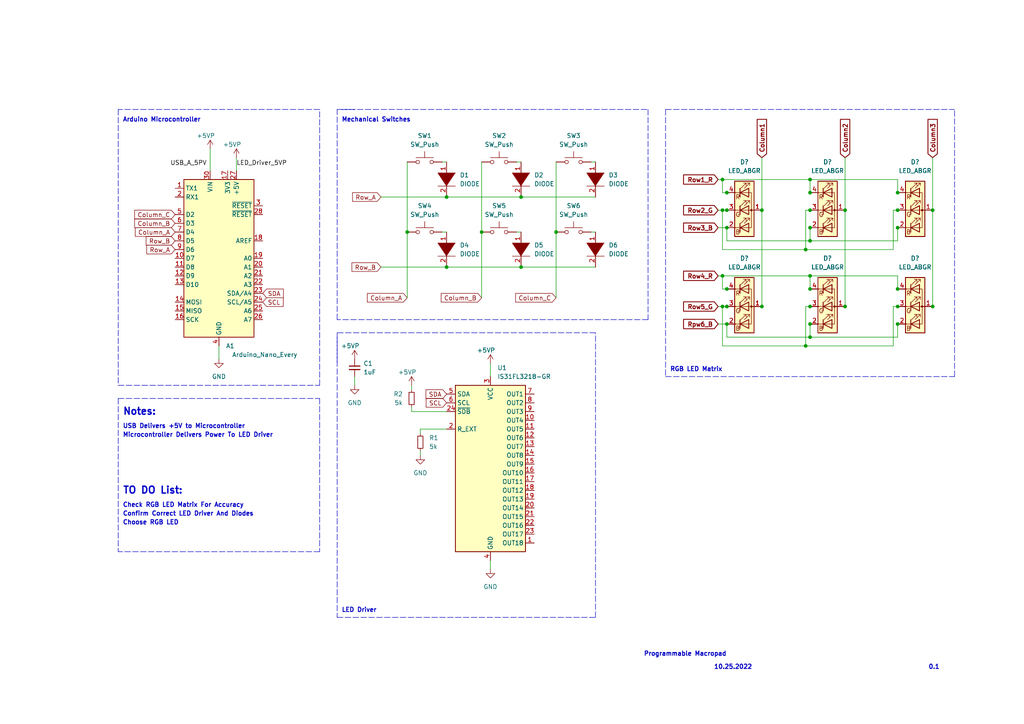
<source format=kicad_sch>
(kicad_sch (version 20211123) (generator eeschema)
  (paper "A4")
  (lib_symbols
    (symbol "Device:C_Small" (pin_numbers hide) (pin_names (offset 0.254) hide)
      (property "Reference" "C" (at 0.254 1.778 0))
      (property "Value" "C_Small" (at 0.254 -2.032 0))
      (symbol "C_Small_0_1"
        (polyline (pts (xy -1.524 -0.508) (xy 1.524 -0.508)) (stroke (width 0.3302)))
        (polyline (pts (xy -1.524 0.508) (xy 1.524 0.508)) (stroke (width 0.3048)))
      )
      (symbol "C_Small_1_1"
        (pin passive line (at 0 2.54 270) (length 2.032) (name "~") (number "1"))
        (pin passive line (at 0 -2.54 90) (length 2.032) (name "~") (number "2"))
      )
    )
    (symbol "Device:LED_ABGR" (pin_names (offset 0) hide)
      (property "Reference" "D" (at 0 9.398 0))
      (property "Value" "LED_ABGR" (at 0 -8.89 0))
      (symbol "LED_ABGR_0_0"
        (text "B" (at -1.905 -6.35 0) (effects (font (size 1.27 1.27))))
        (text "G" (at -1.905 -1.27 0) (effects (font (size 1.27 1.27))))
        (text "R" (at -1.905 3.81 0) (effects (font (size 1.27 1.27))))
      )
      (symbol "LED_ABGR_0_1"
        (polyline (pts (xy -1.27 -5.08) (xy -2.54 -5.08)))
        (polyline (pts (xy -1.27 -5.08) (xy 1.27 -5.08)))
        (polyline (pts (xy -1.27 -3.81) (xy -1.27 -6.35)) (stroke (width 0.254)))
        (polyline (pts (xy -1.27 0) (xy -2.54 0)))
        (polyline (pts (xy -1.27 1.27) (xy -1.27 -1.27)) (stroke (width 0.254)))
        (polyline (pts (xy -1.27 5.08) (xy -2.54 5.08)))
        (polyline (pts (xy -1.27 5.08) (xy 1.27 5.08)))
        (polyline (pts (xy -1.27 6.35) (xy -1.27 3.81)) (stroke (width 0.254)))
        (polyline (pts (xy 1.27 0) (xy -1.27 0)))
        (polyline (pts (xy 1.27 0) (xy 2.54 0)))
        (polyline (pts (xy -1.27 1.27) (xy -1.27 -1.27) (xy -1.27 -1.27)))
        (polyline (pts (xy -1.27 6.35) (xy -1.27 3.81) (xy -1.27 3.81)))
        (polyline (pts (xy 1.27 -5.08) (xy 2.032 -5.08) (xy 2.032 5.08) (xy 1.27 5.08)))
        (polyline (pts (xy 1.27 -3.81) (xy 1.27 -6.35) (xy -1.27 -5.08) (xy 1.27 -3.81)) (stroke (width 0.254)))
        (polyline (pts (xy 1.27 1.27) (xy 1.27 -1.27) (xy -1.27 0) (xy 1.27 1.27)) (stroke (width 0.254)))
        (polyline (pts (xy 1.27 6.35) (xy 1.27 3.81) (xy -1.27 5.08) (xy 1.27 6.35)) (stroke (width 0.254)))
        (polyline (pts (xy -1.016 -3.81) (xy 0.508 -2.286) (xy -0.254 -2.286) (xy 0.508 -2.286) (xy 0.508 -3.048)))
        (polyline (pts (xy -1.016 1.27) (xy 0.508 2.794) (xy -0.254 2.794) (xy 0.508 2.794) (xy 0.508 2.032)))
        (polyline (pts (xy -1.016 6.35) (xy 0.508 7.874) (xy -0.254 7.874) (xy 0.508 7.874) (xy 0.508 7.112)))
        (polyline (pts (xy 0 -3.81) (xy 1.524 -2.286) (xy 0.762 -2.286) (xy 1.524 -2.286) (xy 1.524 -3.048)))
        (polyline (pts (xy 0 1.27) (xy 1.524 2.794) (xy 0.762 2.794) (xy 1.524 2.794) (xy 1.524 2.032)))
        (polyline (pts (xy 0 6.35) (xy 1.524 7.874) (xy 0.762 7.874) (xy 1.524 7.874) (xy 1.524 7.112)))
        (rectangle (start 1.27 -1.27) (end 1.27 1.27))
        (rectangle (start 1.27 1.27) (end 1.27 1.27))
        (rectangle (start 1.27 3.81) (end 1.27 6.35))
        (rectangle (start 1.27 6.35) (end 1.27 6.35))
        (circle (center 2.032 0) (radius 0.254) (fill (type outline)))
        (rectangle (start 2.794 8.382) (end -2.794 -7.62) (stroke (width 0.254)) (fill (type background)))
      )
      (symbol "LED_ABGR_1_1"
        (pin passive line (at 5.08 0 180) (length 2.54) (name "A") (number "1"))
        (pin passive line (at -5.08 -5.08 0) (length 2.54) (name "BK") (number "2"))
        (pin passive line (at -5.08 0 0) (length 2.54) (name "GK") (number "3"))
        (pin passive line (at -5.08 5.08 0) (length 2.54) (name "RK") (number "4"))
      )
    )
    (symbol "Device:R_Small" (pin_numbers hide) (pin_names (offset 0.254) hide)
      (property "Reference" "R" (at 0.762 0.508 0))
      (property "Value" "R_Small" (at 0.762 -1.016 0))
      (symbol "R_Small_0_1"
        (rectangle (start -0.762 1.778) (end 0.762 -1.778) (stroke (width 0.2032)))
      )
      (symbol "R_Small_1_1"
        (pin passive line (at 0 2.54 270) (length 0.762) (name "~") (number "1"))
        (pin passive line (at 0 -2.54 90) (length 0.762) (name "~") (number "2"))
      )
    )
    (symbol "Driver_LED:IS31FL3218-GR"
      (property "Reference" "U" (at -10.16 26.035 0))
      (property "Value" "IS31FL3218-GR" (at 2.54 -24.13 0))
      (symbol "IS31FL3218-GR_0_1"
        (rectangle (start -10.16 25.4) (end 10.16 -22.86) (stroke (width 0.254)) (fill (type background)))
      )
      (symbol "IS31FL3218-GR_1_1"
        (pin open_collector line (at 12.7 -20.32 180) (length 2.54) (name "OUT18") (number "1"))
        (pin open_collector line (at 12.7 15.24 180) (length 2.54) (name "OUT4") (number "10"))
        (pin open_collector line (at 12.7 12.7 180) (length 2.54) (name "OUT5") (number "11"))
        (pin open_collector line (at 12.7 10.16 180) (length 2.54) (name "OUT6") (number "12"))
        (pin open_collector line (at 12.7 7.62 180) (length 2.54) (name "OUT7") (number "13"))
        (pin open_collector line (at 12.7 5.08 180) (length 2.54) (name "OUT8") (number "14"))
        (pin open_collector line (at 12.7 2.54 180) (length 2.54) (name "OUT9") (number "15"))
        (pin open_collector line (at 12.7 0 180) (length 2.54) (name "OUT10") (number "16"))
        (pin open_collector line (at 12.7 -2.54 180) (length 2.54) (name "OUT11") (number "17"))
        (pin open_collector line (at 12.7 -5.08 180) (length 2.54) (name "OUT12") (number "18"))
        (pin open_collector line (at 12.7 -7.62 180) (length 2.54) (name "OUT13") (number "19"))
        (pin passive line (at -12.7 12.7 0) (length 2.54) (name "R_EXT") (number "2"))
        (pin open_collector line (at 12.7 -10.16 180) (length 2.54) (name "OUT14") (number "20"))
        (pin open_collector line (at 12.7 -12.7 180) (length 2.54) (name "OUT15") (number "21"))
        (pin open_collector line (at 12.7 -15.24 180) (length 2.54) (name "OUT16") (number "22"))
        (pin open_collector line (at 12.7 -17.78 180) (length 2.54) (name "OUT17") (number "23"))
        (pin input line (at -12.7 17.78 0) (length 2.54) (name "~{SDB}") (number "24"))
        (pin power_in line (at 0 27.94 270) (length 2.54) (name "VCC") (number "3"))
        (pin power_in line (at 0 -25.4 90) (length 2.54) (name "GND") (number "4"))
        (pin bidirectional line (at -12.7 22.86 0) (length 2.54) (name "SDA") (number "5"))
        (pin input line (at -12.7 20.32 0) (length 2.54) (name "SCL") (number "6"))
        (pin open_collector line (at 12.7 22.86 180) (length 2.54) (name "OUT1") (number "7"))
        (pin open_collector line (at 12.7 20.32 180) (length 2.54) (name "OUT2") (number "8"))
        (pin open_collector line (at 12.7 17.78 180) (length 2.54) (name "OUT3") (number "9"))
      )
    )
    (symbol "MCU_Module:Arduino_Nano_Every"
      (property "Reference" "A" (at -10.16 23.495 0))
      (property "Value" "Arduino_Nano_Every" (at 5.08 -24.13 0))
      (symbol "Arduino_Nano_Every_0_1"
        (rectangle (start -10.16 22.86) (end 10.16 -22.86) (stroke (width 0.254)) (fill (type background)))
      )
      (symbol "Arduino_Nano_Every_1_1"
        (pin bidirectional line (at -12.7 20.32 0) (length 2.54) (name "TX1") (number "1"))
        (pin bidirectional line (at -12.7 0 0) (length 2.54) (name "D7") (number "10"))
        (pin bidirectional line (at -12.7 -2.54 0) (length 2.54) (name "D8") (number "11"))
        (pin bidirectional line (at -12.7 -5.08 0) (length 2.54) (name "D9") (number "12"))
        (pin bidirectional line (at -12.7 -7.62 0) (length 2.54) (name "D10") (number "13"))
        (pin bidirectional line (at -12.7 -12.7 0) (length 2.54) (name "MOSI") (number "14"))
        (pin bidirectional line (at -12.7 -15.24 0) (length 2.54) (name "MISO") (number "15"))
        (pin bidirectional line (at -12.7 -17.78 0) (length 2.54) (name "SCK") (number "16"))
        (pin power_out line (at 2.54 25.4 270) (length 2.54) (name "3V3") (number "17"))
        (pin input line (at 12.7 5.08 180) (length 2.54) (name "AREF") (number "18"))
        (pin bidirectional line (at 12.7 0 180) (length 2.54) (name "A0") (number "19"))
        (pin bidirectional line (at -12.7 17.78 0) (length 2.54) (name "RX1") (number "2"))
        (pin bidirectional line (at 12.7 -2.54 180) (length 2.54) (name "A1") (number "20"))
        (pin bidirectional line (at 12.7 -5.08 180) (length 2.54) (name "A2") (number "21"))
        (pin bidirectional line (at 12.7 -7.62 180) (length 2.54) (name "A3") (number "22"))
        (pin bidirectional line (at 12.7 -10.16 180) (length 2.54) (name "SDA/A4") (number "23"))
        (pin bidirectional line (at 12.7 -12.7 180) (length 2.54) (name "SCL/A5") (number "24"))
        (pin bidirectional line (at 12.7 -15.24 180) (length 2.54) (name "A6") (number "25"))
        (pin bidirectional line (at 12.7 -17.78 180) (length 2.54) (name "A7") (number "26"))
        (pin power_out line (at 5.08 25.4 270) (length 2.54) (name "+5V") (number "27"))
        (pin input line (at 12.7 12.7 180) (length 2.54) (name "~{RESET}") (number "28"))
        (pin passive line (at 0 -25.4 90) (length 2.54) hide (name "GND") (number "29"))
        (pin input line (at 12.7 15.24 180) (length 2.54) (name "~{RESET}") (number "3"))
        (pin power_in line (at -2.54 25.4 270) (length 2.54) (name "VIN") (number "30"))
        (pin power_in line (at 0 -25.4 90) (length 2.54) (name "GND") (number "4"))
        (pin bidirectional line (at -12.7 12.7 0) (length 2.54) (name "D2") (number "5"))
        (pin bidirectional line (at -12.7 10.16 0) (length 2.54) (name "D3") (number "6"))
        (pin bidirectional line (at -12.7 7.62 0) (length 2.54) (name "D4") (number "7"))
        (pin bidirectional line (at -12.7 5.08 0) (length 2.54) (name "D5") (number "8"))
        (pin bidirectional line (at -12.7 2.54 0) (length 2.54) (name "D6") (number "9"))
      )
    )
    (symbol "Switch:SW_Push" (pin_numbers hide) (pin_names (offset 1.016) hide)
      (property "Reference" "SW" (at 1.27 2.54 0))
      (property "Value" "SW_Push" (at 0 -1.524 0))
      (symbol "SW_Push_0_1"
        (circle (center -2.032 0) (radius 0.508))
        (polyline (pts (xy 0 1.27) (xy 0 3.048)))
        (polyline (pts (xy 2.54 1.27) (xy -2.54 1.27)))
        (circle (center 2.032 0) (radius 0.508))
        (pin passive line (at -5.08 0 0) (length 2.54) (name "1") (number "1"))
        (pin passive line (at 5.08 0 180) (length 2.54) (name "2") (number "2"))
      )
    )
    (symbol "power:+5VP" (power) (pin_names (offset 0))
      (property "Value" "+5VP" (at 0 3.556 0))
      (symbol "+5VP_0_1"
        (polyline (pts (xy -0.762 1.27) (xy 0 2.54)))
        (polyline (pts (xy 0 0) (xy 0 2.54)))
        (polyline (pts (xy 0 2.54) (xy 0.762 1.27)))
      )
      (symbol "+5VP_1_1"
        (pin power_in line (at 0 0 90) (length 0) hide (name "+5VP") (number "1"))
      )
    )
    (symbol "power:GND" (power) (pin_names (offset 0))
      (property "Value" "GND" (at 0 -3.81 0))
      (symbol "GND_0_1"
        (polyline (pts (xy 0 0) (xy 0 -1.27) (xy 1.27 -1.27) (xy 0 -2.54) (xy -1.27 -1.27) (xy 0 -1.27)))
      )
      (symbol "GND_1_1"
        (pin power_in line (at 0 0 270) (length 0) hide (name "GND") (number "1"))
      )
    )
    (symbol "pspice:DIODE" (pin_names (offset 1.016) hide)
      (property "Reference" "D" (at 0 3.81 0))
      (property "Value" "DIODE" (at 0 -4.445 0))
      (symbol "DIODE_0_1"
        (polyline (pts (xy 1.905 2.54) (xy 1.905 -2.54)))
        (polyline (pts (xy -1.905 2.54) (xy -1.905 -2.54) (xy 1.905 0)) (fill (type outline)))
      )
      (symbol "DIODE_1_1"
        (pin input line (at -5.08 0 0) (length 3.81) (name "K") (number "1"))
        (pin input line (at 5.08 0 180) (length 3.81) (name "A") (number "2"))
      )
    )
  )
  (junction (at 209.55 88.9))
  (junction (at 118.11 67.31))
  (junction (at 260.35 66.04))
  (junction (at 151.13 57.15))
  (junction (at 260.35 83.82))
  (junction (at 210.82 93.98))
  (junction (at 234.95 93.98))
  (junction (at 234.95 55.88))
  (junction (at 151.13 77.47))
  (junction (at 260.35 60.96))
  (junction (at 260.35 88.9))
  (junction (at 129.54 77.47))
  (junction (at 161.29 67.31))
  (junction (at 260.35 55.88))
  (junction (at 234.95 80.01))
  (junction (at 234.95 60.96))
  (junction (at 210.82 55.88))
  (junction (at 209.55 60.96))
  (junction (at 245.11 88.9))
  (junction (at 233.68 72.39))
  (junction (at 245.11 60.96))
  (junction (at 234.95 66.04))
  (junction (at 234.95 52.07))
  (junction (at 234.95 83.82))
  (junction (at 209.55 52.07))
  (junction (at 220.98 60.96))
  (junction (at 210.82 60.96))
  (junction (at 260.35 93.98))
  (junction (at 209.55 80.01))
  (junction (at 270.51 88.9))
  (junction (at 129.54 57.15))
  (junction (at 210.82 66.04))
  (junction (at 220.98 88.9))
  (junction (at 234.95 88.9))
  (junction (at 210.82 83.82))
  (junction (at 139.7 67.31))
  (junction (at 234.95 97.79))
  (junction (at 210.82 88.9))
  (junction (at 234.95 69.85))
  (junction (at 233.68 100.33))
  (junction (at 270.51 60.96))
  (wire (pts (xy 149.86 67.31) (xy 151.13 67.31)))
  (polyline (pts (xy 92.71 115.57) (xy 92.71 160.02)))
  (wire (pts (xy 129.54 77.47) (xy 151.13 77.47)))
  (wire (pts (xy 102.87 109.22) (xy 102.87 111.76)))
  (polyline (pts (xy 97.79 179.07) (xy 172.72 179.07)))
  (wire (pts (xy 234.95 60.96) (xy 233.68 60.96)))
  (wire (pts (xy 233.68 88.9) (xy 233.68 100.33)))
  (polyline (pts (xy 92.71 160.02) (xy 34.29 160.02)))
  (polyline (pts (xy 187.96 92.71) (xy 97.79 92.71)))
  (wire (pts (xy 234.95 69.85) (xy 234.95 66.04)))
  (wire (pts (xy 110.49 57.15) (xy 129.54 57.15)))
  (wire (pts (xy 68.58 45.72) (xy 68.58 49.53)))
  (wire (pts (xy 142.24 162.56) (xy 142.24 165.1)))
  (wire (pts (xy 270.51 60.96) (xy 270.51 88.9)))
  (wire (pts (xy 118.11 67.31) (xy 118.11 86.36)))
  (wire (pts (xy 128.27 67.31) (xy 129.54 67.31)))
  (wire (pts (xy 233.68 72.39) (xy 259.08 72.39)))
  (wire (pts (xy 245.11 45.72) (xy 245.11 60.96)))
  (wire (pts (xy 260.35 88.9) (xy 259.08 88.9)))
  (wire (pts (xy 210.82 55.88) (xy 209.55 55.88)))
  (polyline (pts (xy 172.72 96.52) (xy 97.79 96.52)))
  (wire (pts (xy 121.92 124.46) (xy 121.92 125.73)))
  (wire (pts (xy 63.5 100.33) (xy 63.5 104.14)))
  (wire (pts (xy 161.29 67.31) (xy 161.29 86.36)))
  (wire (pts (xy 234.95 97.79) (xy 260.35 97.79)))
  (wire (pts (xy 220.98 45.72) (xy 220.98 60.96)))
  (wire (pts (xy 209.55 52.07) (xy 234.95 52.07)))
  (wire (pts (xy 209.55 80.01) (xy 234.95 80.01)))
  (polyline (pts (xy 187.96 31.75) (xy 187.96 92.71)))
  (polyline (pts (xy 97.79 96.52) (xy 97.79 105.41)))
  (polyline (pts (xy 99.06 31.75) (xy 187.96 31.75)))
  (wire (pts (xy 234.95 69.85) (xy 260.35 69.85)))
  (wire (pts (xy 139.7 46.99) (xy 139.7 67.31)))
  (polyline (pts (xy 172.72 179.07) (xy 172.72 96.52)))
  (wire (pts (xy 259.08 88.9) (xy 259.08 100.33)))
  (wire (pts (xy 129.54 57.15) (xy 151.13 57.15)))
  (wire (pts (xy 139.7 67.31) (xy 139.7 86.36)))
  (polyline (pts (xy 193.04 31.75) (xy 193.04 109.22)))
  (polyline (pts (xy 276.86 109.22) (xy 276.86 31.75)))
  (wire (pts (xy 234.95 93.98) (xy 234.95 97.79)))
  (wire (pts (xy 233.68 60.96) (xy 233.68 72.39)))
  (wire (pts (xy 270.51 45.72) (xy 270.51 60.96)))
  (wire (pts (xy 220.98 60.96) (xy 220.98 88.9)))
  (polyline (pts (xy 34.29 31.75) (xy 34.29 111.76)))
  (wire (pts (xy 151.13 57.15) (xy 172.72 57.15)))
  (wire (pts (xy 209.55 60.96) (xy 209.55 72.39)))
  (wire (pts (xy 151.13 77.47) (xy 172.72 77.47)))
  (wire (pts (xy 121.92 124.46) (xy 129.54 124.46)))
  (wire (pts (xy 234.95 88.9) (xy 233.68 88.9)))
  (wire (pts (xy 208.28 52.07) (xy 209.55 52.07)))
  (wire (pts (xy 209.55 72.39) (xy 233.68 72.39)))
  (wire (pts (xy 128.27 46.99) (xy 129.54 46.99)))
  (wire (pts (xy 118.11 46.99) (xy 118.11 67.31)))
  (wire (pts (xy 209.55 100.33) (xy 209.55 88.9)))
  (wire (pts (xy 233.68 100.33) (xy 259.08 100.33)))
  (polyline (pts (xy 97.79 97.79) (xy 97.79 179.07)))
  (wire (pts (xy 260.35 80.01) (xy 260.35 83.82)))
  (wire (pts (xy 208.28 93.98) (xy 210.82 93.98)))
  (wire (pts (xy 234.95 52.07) (xy 234.95 55.88)))
  (wire (pts (xy 110.49 77.47) (xy 129.54 77.47)))
  (wire (pts (xy 210.82 69.85) (xy 234.95 69.85)))
  (wire (pts (xy 161.29 46.99) (xy 161.29 67.31)))
  (wire (pts (xy 208.28 60.96) (xy 209.55 60.96)))
  (wire (pts (xy 234.95 52.07) (xy 260.35 52.07)))
  (wire (pts (xy 245.11 60.96) (xy 245.11 88.9)))
  (wire (pts (xy 259.08 72.39) (xy 259.08 60.96)))
  (wire (pts (xy 234.95 80.01) (xy 234.95 83.82)))
  (polyline (pts (xy 34.29 115.57) (xy 34.29 160.02)))
  (polyline (pts (xy 193.04 31.75) (xy 276.86 31.75)))
  (wire (pts (xy 208.28 66.04) (xy 210.82 66.04)))
  (wire (pts (xy 208.28 88.9) (xy 209.55 88.9)))
  (wire (pts (xy 119.38 111.76) (xy 119.38 113.03)))
  (wire (pts (xy 142.24 105.41) (xy 142.24 109.22)))
  (wire (pts (xy 119.38 118.11) (xy 119.38 119.38)))
  (wire (pts (xy 121.92 130.81) (xy 121.92 132.08)))
  (wire (pts (xy 60.96 43.18) (xy 60.96 49.53)))
  (wire (pts (xy 209.55 55.88) (xy 209.55 52.07)))
  (polyline (pts (xy 97.79 92.71) (xy 97.79 31.75)))
  (wire (pts (xy 234.95 80.01) (xy 260.35 80.01)))
  (wire (pts (xy 259.08 60.96) (xy 260.35 60.96)))
  (wire (pts (xy 260.35 69.85) (xy 260.35 66.04)))
  (polyline (pts (xy 34.29 115.57) (xy 92.71 115.57)))
  (wire (pts (xy 171.45 67.31) (xy 172.72 67.31)))
  (wire (pts (xy 209.55 88.9) (xy 210.82 88.9)))
  (wire (pts (xy 171.45 46.99) (xy 172.72 46.99)))
  (polyline (pts (xy 193.04 109.22) (xy 276.86 109.22)))
  (wire (pts (xy 260.35 52.07) (xy 260.35 55.88)))
  (wire (pts (xy 233.68 100.33) (xy 209.55 100.33)))
  (wire (pts (xy 129.54 119.38) (xy 119.38 119.38)))
  (wire (pts (xy 209.55 83.82) (xy 209.55 80.01)))
  (wire (pts (xy 210.82 83.82) (xy 209.55 83.82)))
  (wire (pts (xy 208.28 80.01) (xy 209.55 80.01)))
  (wire (pts (xy 210.82 66.04) (xy 210.82 69.85)))
  (wire (pts (xy 149.86 46.99) (xy 151.13 46.99)))
  (polyline (pts (xy 92.71 111.76) (xy 92.71 31.75)))
  (wire (pts (xy 210.82 93.98) (xy 210.82 97.79)))
  (polyline (pts (xy 97.79 31.75) (xy 102.87 31.75)))
  (wire (pts (xy 210.82 97.79) (xy 234.95 97.79)))
  (wire (pts (xy 210.82 60.96) (xy 209.55 60.96)))
  (polyline (pts (xy 92.71 31.75) (xy 34.29 31.75)))
  (polyline (pts (xy 34.29 111.76) (xy 92.71 111.76)))
  (wire (pts (xy 260.35 97.79) (xy 260.35 93.98)))
  (text "LED Driver" (at 99.06 177.8 0) (effects (font (size 1.27 1.27) (thickness 0.254) bold) (justify left bottom)))
  (text "0.1\n" (at 269.24 194.31 0) (effects (font (size 1.27 1.27) bold) (justify left bottom)))
  (text "Confirm Correct LED Driver And Diodes" (at 35.56 149.86 0) (effects (font (size 1.27 1.27) bold) (justify left bottom)))
  (text "Check RGB LED Matrix For Accuracy\n" (at 35.56 147.32 0) (effects (font (size 1.27 1.27) bold) (justify left bottom)))
  (text "Mechanical Switches\n" (at 99.06 35.56 0) (effects (font (size 1.27 1.27) bold) (justify left bottom)))
  (text "RGB LED Matrix\n" (at 194.31 107.95 0) (effects (font (size 1.27 1.27) bold) (justify left bottom)))
  (text "USB Delivers +5V to Microcontroller " (at 35.56 124.46 0) (effects (font (size 1.27 1.27) bold) (justify left bottom)))
  (text "Microcontroller Delivers Power To LED Driver\n" (at 35.56 127 0) (effects (font (size 1.27 1.27) bold) (justify left bottom)))
  (text "10.25.2022\n" (at 207.01 194.31 0) (effects (font (size 1.27 1.27) bold) (justify left bottom)))
  (text "Arduino Microcontroller\n" (at 35.56 35.56 0) (effects (font (size 1.27 1.27) bold) (justify left bottom)))
  (text "Notes:" (at 35.56 120.65 0) (effects (font (size 2 2) bold) (justify left bottom)))
  (text "TO DO List:\n" (at 35.56 143.51 0) (effects (font (size 2 2) bold) (justify left bottom)))
  (text "Programmable Macropad\n" (at 186.69 190.5 0) (effects (font (size 1.27 1.27) bold) (justify left bottom)))
  (text "Choose RGB LED" (at 35.56 152.4 0) (effects (font (size 1.27 1.27) bold) (justify left bottom)))
  (label "USB_A_5PV " (at 60.96 48.26 180))
  (label "LED_Driver_5VP" (at 68.58 48.26 0))
  (global_label "Row5_G" (shape input) (at 208.28 88.9 180) (effects (font bold)) (property "Intersheet References" "${INTERSHEET_REFS}" (effects hide)))
  (global_label "Row3_B" (shape input) (at 208.28 66.04 180) (effects (font bold)) (property "Intersheet References" "${INTERSHEET_REFS}" (effects hide)))
  (global_label "Column_A" (shape input) (at 118.11 86.36 180) (property "Intersheet References" "${INTERSHEET_REFS}" (effects hide)))
  (global_label "SCL" (shape input) (at 76.2 87.63 0) (property "Intersheet References" "${INTERSHEET_REFS}" (effects hide)))
  (global_label "Rpw6_B" (shape input) (at 208.28 93.98 180) (effects (font bold)) (property "Intersheet References" "${INTERSHEET_REFS}" (effects hide)))
  (global_label "Column_C" (shape input) (at 161.29 86.36 180) (property "Intersheet References" "${INTERSHEET_REFS}" (effects hide)))
  (global_label "Row_A" (shape input) (at 110.49 57.15 180) (property "Intersheet References" "${INTERSHEET_REFS}" (effects hide)))
  (global_label "Row1_R" (shape input) (at 208.28 52.07 180) (effects (font bold)) (property "Intersheet References" "${INTERSHEET_REFS}" (effects hide)))
  (global_label "Column2" (shape input) (at 245.11 45.72 90) (effects (font bold)) (property "Intersheet References" "${INTERSHEET_REFS}" (effects hide)))
  (global_label "Column_B" (shape input) (at 139.7 86.36 180) (property "Intersheet References" "${INTERSHEET_REFS}" (effects hide)))
  (global_label "Column3" (shape input) (at 270.51 45.72 90) (effects (font bold)) (property "Intersheet References" "${INTERSHEET_REFS}" (effects hide)))
  (global_label "Column_C" (shape input) (at 50.8 62.23 180) (property "Intersheet References" "${INTERSHEET_REFS}" (effects hide)))
  (global_label "Row4_R" (shape input) (at 208.28 80.01 180) (effects (font bold)) (property "Intersheet References" "${INTERSHEET_REFS}" (effects hide)))
  (global_label "Column1" (shape input) (at 220.98 45.72 90) (effects (font bold)) (property "Intersheet References" "${INTERSHEET_REFS}" (effects hide)))
  (global_label "Row_B" (shape input) (at 110.49 77.47 180) (property "Intersheet References" "${INTERSHEET_REFS}" (effects hide)))
  (global_label "Row_B" (shape input) (at 50.8 69.85 180) (property "Intersheet References" "${INTERSHEET_REFS}" (effects hide)))
  (global_label "Row2_G" (shape input) (at 208.28 60.96 180) (effects (font bold)) (property "Intersheet References" "${INTERSHEET_REFS}" (effects hide)))
  (global_label "SCL" (shape input) (at 129.54 116.84 180) (property "Intersheet References" "${INTERSHEET_REFS}" (effects hide)))
  (global_label "Column_A" (shape input) (at 50.8 67.31 180) (property "Intersheet References" "${INTERSHEET_REFS}" (effects hide)))
  (global_label "Column_B" (shape input) (at 50.8 64.77 180) (property "Intersheet References" "${INTERSHEET_REFS}" (effects hide)))
  (global_label "SDA" (shape input) (at 129.54 114.3 180) (property "Intersheet References" "${INTERSHEET_REFS}" (effects hide)))
  (global_label "Row_A" (shape input) (at 50.8 72.39 180) (property "Intersheet References" "${INTERSHEET_REFS}" (effects hide)))
  (global_label "SDA" (shape input) (at 76.2 85.09 0) (property "Intersheet References" "${INTERSHEET_REFS}" (effects hide)))
  (symbol (lib_id "pspice:DIODE") (at 151.13 52.07 270) (unit 1)
    (property "Reference" "D2" (at 154.94 50.7999 90) (effects (justify left)))
    (property "Value" "DIODE" (at 154.94 53.3399 90) (effects (justify left)))
  )
  (symbol (lib_id "Device:LED_ABGR") (at 265.43 88.9 0) (unit 1)
    (property "Reference" "D?" (at 265.43 74.93 0))
    (property "Value" "LED_ABGR" (at 265.43 77.47 0))
  )
  (symbol (lib_id "power:+5VP") (at 142.24 105.41 0) (unit 1)
    (property "Reference" "#PWR?" (effects hide))
    (property "Value" "+5VP" (at 140.97 101.6 0))
  )
  (symbol (lib_id "pspice:DIODE") (at 129.54 72.39 270) (unit 1)
    (property "Reference" "D4" (at 133.35 71.1199 90) (effects (justify left)))
    (property "Value" "DIODE" (at 133.35 73.6599 90) (effects (justify left)))
  )
  (symbol (lib_id "Device:LED_ABGR") (at 240.03 60.96 0) (unit 1)
    (property "Reference" "D?" (at 240.03 46.99 0))
    (property "Value" "LED_ABGR" (at 240.03 49.53 0))
  )
  (symbol (lib_id "MCU_Module:Arduino_Nano_Every") (at 63.5 74.93 0) (unit 1)
    (property "Reference" "A1" (at 65.5194 100.33 0) (effects (justify left)))
    (property "Value" "Arduino_Nano_Every" (at 67.31 102.87 0) (effects (justify left)))
    (property "Footprint" "Module:Arduino_Nano" (effects hide))
    (property "Datasheet" "https://content.arduino.cc/assets/NANOEveryV3.0_sch.pdf" (effects hide))
  )
  (symbol (lib_id "Device:C_Small") (at 102.87 106.68 0) (unit 1)
    (property "Reference" "C1" (at 105.41 105.4162 0) (effects (justify left)))
    (property "Value" "1uF" (at 105.41 107.9562 0) (effects (justify left)))
  )
  (symbol (lib_id "Device:LED_ABGR") (at 240.03 60.96 0) (unit 1)
    (property "Reference" "D?" (at 240.03 46.99 0))
    (property "Value" "LED_ABGR" (at 240.03 49.53 0))
  )
  (symbol (lib_id "pspice:DIODE") (at 172.72 52.07 270) (unit 1)
    (property "Reference" "D3" (at 176.53 50.7999 90) (effects (justify left)))
    (property "Value" "DIODE" (at 176.53 53.3399 90) (effects (justify left)))
  )
  (symbol (lib_id "Driver_LED:IS31FL3218-GR") (at 142.24 137.16 0) (unit 1)
    (property "Reference" "U1" (at 144.2594 106.68 0) (effects (justify left)))
    (property "Value" "IS31FL3218-GR" (at 144.2594 109.22 0) (effects (justify left)))
    (property "Footprint" "Package_SO:SOP-24_7.5x15.4mm_P1.27mm" (effects hide))
    (property "Datasheet" "http://www.issi.com/WW/pdf/31FL3218.pdf" (effects hide))
  )
  (symbol (lib_id "pspice:DIODE") (at 151.13 72.39 270) (unit 1)
    (property "Reference" "D5" (at 154.94 71.1199 90) (effects (justify left)))
    (property "Value" "DIODE" (at 154.94 73.6599 90) (effects (justify left)))
  )
  (symbol (lib_id "Device:LED_ABGR") (at 215.9 60.96 0) (unit 1)
    (property "Reference" "D?" (at 215.9 46.99 0))
    (property "Value" "LED_ABGR" (at 215.9 49.53 0))
  )
  (symbol (lib_id "power:GND") (at 63.5 104.14 0) (unit 1)
    (property "Reference" "#PWR?" (effects hide))
    (property "Value" "GND" (at 63.5 109.22 0))
  )
  (symbol (lib_id "Switch:SW_Push") (at 123.19 67.31 0) (unit 1)
    (property "Reference" "SW4" (at 123.19 59.69 0))
    (property "Value" "SW_Push" (at 123.19 62.23 0))
  )
  (symbol (lib_id "power:+5VP") (at 60.96 43.18 0) (unit 1)
    (property "Reference" "#PWR?" (effects hide))
    (property "Value" "+5VP" (at 59.69 39.37 0))
  )
  (symbol (lib_id "power:GND") (at 102.87 111.76 0) (unit 1)
    (property "Reference" "#PWR?" (effects hide))
    (property "Value" "GND" (at 102.87 116.84 0))
  )
  (symbol (lib_id "power:+5VP") (at 68.58 45.72 0) (unit 1)
    (property "Reference" "#PWR?" (effects hide))
    (property "Value" "+5VP" (at 67.31 41.91 0))
  )
  (symbol (lib_id "pspice:DIODE") (at 172.72 72.39 270) (unit 1)
    (property "Reference" "D6" (at 176.53 71.1199 90) (effects (justify left)))
    (property "Value" "DIODE" (at 176.53 73.6599 90) (effects (justify left)))
  )
  (symbol (lib_id "Device:LED_ABGR") (at 215.9 60.96 0) (unit 1)
    (property "Reference" "D?" (at 215.9 46.99 0))
    (property "Value" "LED_ABGR" (at 215.9 49.53 0))
  )
  (symbol (lib_id "Switch:SW_Push") (at 144.78 67.31 0) (unit 1)
    (property "Reference" "SW5" (at 144.78 59.69 0))
    (property "Value" "SW_Push" (at 144.78 62.23 0))
  )
  (symbol (lib_id "Device:LED_ABGR") (at 215.9 88.9 0) (unit 1)
    (property "Reference" "D?" (at 215.9 74.93 0))
    (property "Value" "LED_ABGR" (at 215.9 77.47 0))
  )
  (symbol (lib_id "power:+5VP") (at 119.38 111.76 0) (unit 1)
    (property "Reference" "#PWR?" (effects hide))
    (property "Value" "+5VP" (at 118.11 107.95 0))
  )
  (symbol (lib_id "Switch:SW_Push") (at 144.78 46.99 0) (unit 1)
    (property "Reference" "SW2" (at 144.78 39.37 0))
    (property "Value" "SW_Push" (at 144.78 41.91 0))
  )
  (symbol (lib_id "Switch:SW_Push") (at 166.37 46.99 0) (unit 1)
    (property "Reference" "SW3" (at 166.37 39.37 0))
    (property "Value" "SW_Push" (at 166.37 41.91 0))
  )
  (symbol (lib_id "Switch:SW_Push") (at 123.19 46.99 0) (unit 1)
    (property "Reference" "SW1" (at 123.19 39.37 0))
    (property "Value" "SW_Push" (at 123.19 41.91 0))
  )
  (symbol (lib_id "Device:LED_ABGR") (at 240.03 88.9 0) (unit 1)
    (property "Reference" "D?" (at 240.03 74.93 0))
    (property "Value" "LED_ABGR" (at 240.03 77.47 0))
  )
  (symbol (lib_id "Device:R_Small") (at 121.92 128.27 0) (unit 1)
    (property "Reference" "R1" (at 124.46 126.9999 0) (effects (justify left)))
    (property "Value" "5k" (at 124.46 129.5399 0) (effects (justify left)))
  )
  (symbol (lib_id "Device:LED_ABGR") (at 265.43 60.96 0) (unit 1)
    (property "Reference" "D?" (at 265.43 46.99 0))
    (property "Value" "LED_ABGR" (at 265.43 49.53 0))
  )
  (symbol (lib_id "Device:LED_ABGR") (at 215.9 88.9 0) (unit 1)
    (property "Reference" "D?" (at 215.9 74.93 0))
    (property "Value" "LED_ABGR" (at 215.9 77.47 0))
  )
  (symbol (lib_id "power:GND") (at 121.92 132.08 0) (unit 1)
    (property "Reference" "#PWR?" (effects hide))
    (property "Value" "GND" (at 121.92 137.16 0))
  )
  (symbol (lib_id "Device:LED_ABGR") (at 240.03 88.9 0) (unit 1)
    (property "Reference" "D?" (at 240.03 74.93 0))
    (property "Value" "LED_ABGR" (at 240.03 77.47 0))
  )
  (symbol (lib_id "power:GND") (at 142.24 165.1 0) (unit 1)
    (property "Reference" "#PWR?" (effects hide))
    (property "Value" "GND" (at 142.24 170.18 0))
  )
  (symbol (lib_id "power:+5VP") (at 102.87 104.14 0) (unit 1)
    (property "Reference" "#PWR?" (effects hide))
    (property "Value" "+5VP" (at 101.6 100.33 0))
  )
  (symbol (lib_id "Device:LED_ABGR") (at 265.43 88.9 0) (unit 1)
    (property "Reference" "D?" (at 265.43 74.93 0))
    (property "Value" "LED_ABGR" (at 265.43 77.47 0))
  )
  (symbol (lib_id "Switch:SW_Push") (at 166.37 67.31 0) (unit 1)
    (property "Reference" "SW6" (at 166.37 59.69 0))
    (property "Value" "SW_Push" (at 166.37 62.23 0))
  )
  (symbol (lib_id "pspice:DIODE") (at 129.54 52.07 270) (unit 1)
    (property "Reference" "D1" (at 133.35 50.7999 90) (effects (justify left)))
    (property "Value" "DIODE" (at 133.35 53.3399 90) (effects (justify left)))
  )
  (symbol (lib_id "Device:LED_ABGR") (at 265.43 60.96 0) (unit 1)
    (property "Reference" "D?" (at 265.43 46.99 0))
    (property "Value" "LED_ABGR" (at 265.43 49.53 0))
  )
  (symbol (lib_id "Device:R_Small") (at 119.38 115.57 0) (mirror x) (unit 1)
    (property "Reference" "R2" (at 116.84 114.2999 0) (effects (justify right)))
    (property "Value" "5k" (at 116.84 116.8399 0) (effects (justify right)))
  )
)
</source>
